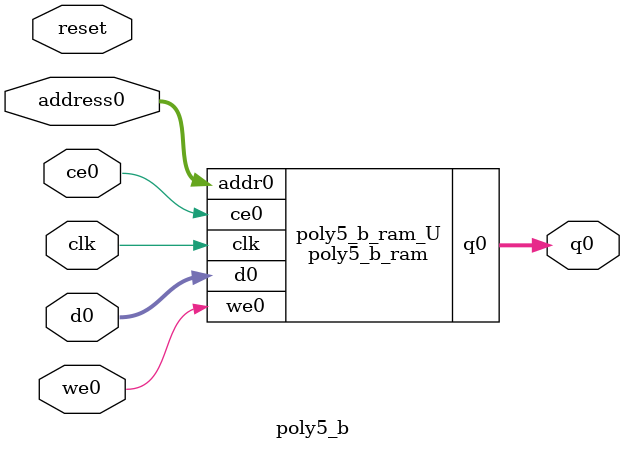
<source format=v>
`timescale 1 ns / 1 ps
module poly5_b_ram (addr0, ce0, d0, we0, q0,  clk);

parameter DWIDTH = 25;
parameter AWIDTH = 24;
parameter MEM_SIZE = 16777216;

input[AWIDTH-1:0] addr0;
input ce0;
input[DWIDTH-1:0] d0;
input we0;
output wire[DWIDTH-1:0] q0;
input clk;

(* ram_style = "block" *)reg [DWIDTH-1:0] ram[0:MEM_SIZE-1];
wire [AWIDTH-1:0] addr0_t0; 
reg [AWIDTH-1:0] addr0_t1; 
wire [DWIDTH-1:0] d0_t0; 
wire we0_t0; 
reg [DWIDTH-1:0] d0_t1; 
reg we0_t1; 
reg [DWIDTH-1:0] q0_t0;
reg [DWIDTH-1:0] q0_t1;


assign addr0_t0 = addr0;
assign d0_t0 = d0;
assign we0_t0 = we0;
assign q0 = q0_t1;

always @(posedge clk)  
begin
    if (ce0) 
    begin
        addr0_t1 <= addr0_t0; 
        d0_t1 <= d0_t0;
        we0_t1 <= we0_t0;
        q0_t1 <= q0_t0;
    end
end


always @(posedge clk)  
begin 
    if (ce0) 
    begin
        if (we0_t1) 
        begin 
            ram[addr0_t1] <= d0_t1; 
        end 
        q0_t0 <= ram[addr0_t1];
    end
end


endmodule

`timescale 1 ns / 1 ps
module poly5_b(
    reset,
    clk,
    address0,
    ce0,
    we0,
    d0,
    q0);

parameter DataWidth = 32'd25;
parameter AddressRange = 32'd16777216;
parameter AddressWidth = 32'd24;
input reset;
input clk;
input[AddressWidth - 1:0] address0;
input ce0;
input we0;
input[DataWidth - 1:0] d0;
output[DataWidth - 1:0] q0;



poly5_b_ram poly5_b_ram_U(
    .clk( clk ),
    .addr0( address0 ),
    .ce0( ce0 ),
    .we0( we0 ),
    .d0( d0 ),
    .q0( q0 ));

endmodule


</source>
